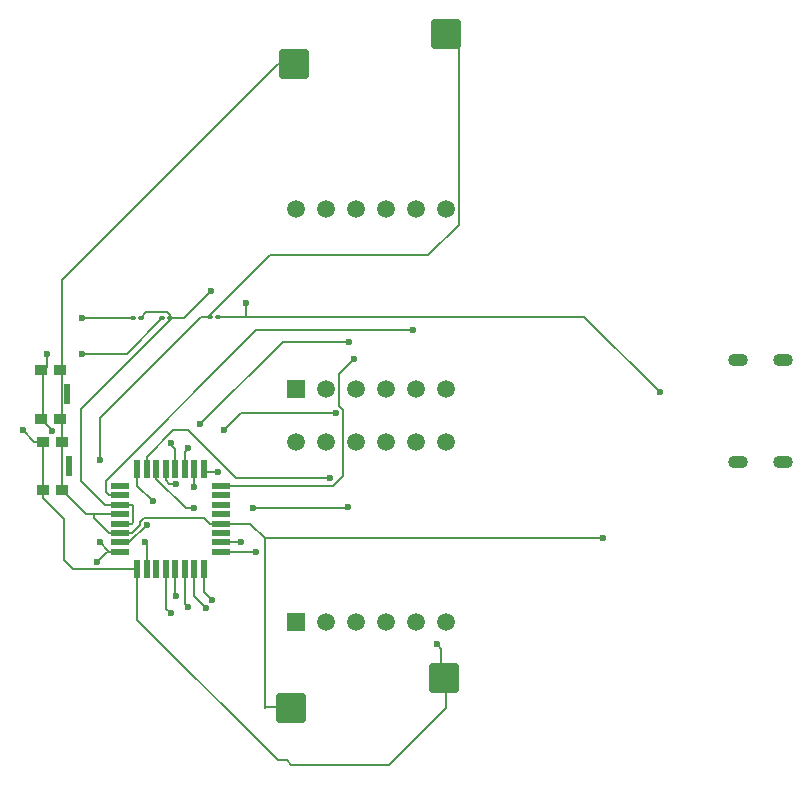
<source format=gbr>
%TF.GenerationSoftware,KiCad,Pcbnew,8.0.2*%
%TF.CreationDate,2024-05-25T17:49:00-05:00*%
%TF.ProjectId,kicad_timer,6b696361-645f-4746-996d-65722e6b6963,rev?*%
%TF.SameCoordinates,Original*%
%TF.FileFunction,Copper,L2,Bot*%
%TF.FilePolarity,Positive*%
%FSLAX46Y46*%
G04 Gerber Fmt 4.6, Leading zero omitted, Abs format (unit mm)*
G04 Created by KiCad (PCBNEW 8.0.2) date 2024-05-25 17:49:00*
%MOMM*%
%LPD*%
G01*
G04 APERTURE LIST*
G04 Aperture macros list*
%AMRoundRect*
0 Rectangle with rounded corners*
0 $1 Rounding radius*
0 $2 $3 $4 $5 $6 $7 $8 $9 X,Y pos of 4 corners*
0 Add a 4 corners polygon primitive as box body*
4,1,4,$2,$3,$4,$5,$6,$7,$8,$9,$2,$3,0*
0 Add four circle primitives for the rounded corners*
1,1,$1+$1,$2,$3*
1,1,$1+$1,$4,$5*
1,1,$1+$1,$6,$7*
1,1,$1+$1,$8,$9*
0 Add four rect primitives between the rounded corners*
20,1,$1+$1,$2,$3,$4,$5,0*
20,1,$1+$1,$4,$5,$6,$7,0*
20,1,$1+$1,$6,$7,$8,$9,0*
20,1,$1+$1,$8,$9,$2,$3,0*%
G04 Aperture macros list end*
%TA.AperFunction,ComponentPad*%
%ADD10R,1.500000X1.500000*%
%TD*%
%TA.AperFunction,ComponentPad*%
%ADD11C,1.500000*%
%TD*%
%TA.AperFunction,SMDPad,CuDef*%
%ADD12RoundRect,0.250000X-1.025000X-1.000000X1.025000X-1.000000X1.025000X1.000000X-1.025000X1.000000X0*%
%TD*%
%TA.AperFunction,ComponentPad*%
%ADD13O,1.700000X1.100000*%
%TD*%
%TA.AperFunction,SMDPad,CuDef*%
%ADD14RoundRect,0.100000X-0.130000X-0.100000X0.130000X-0.100000X0.130000X0.100000X-0.130000X0.100000X0*%
%TD*%
%TA.AperFunction,SMDPad,CuDef*%
%ADD15R,1.000000X0.900000*%
%TD*%
%TA.AperFunction,SMDPad,CuDef*%
%ADD16R,0.550000X1.700000*%
%TD*%
%TA.AperFunction,SMDPad,CuDef*%
%ADD17R,1.600000X0.550000*%
%TD*%
%TA.AperFunction,SMDPad,CuDef*%
%ADD18R,0.550000X1.600000*%
%TD*%
%TA.AperFunction,ViaPad*%
%ADD19C,0.600000*%
%TD*%
%TA.AperFunction,Conductor*%
%ADD20C,0.200000*%
%TD*%
G04 APERTURE END LIST*
D10*
%TO.P,U3,1,e*%
%TO.N,Net-(U2-PB4)*%
X151330000Y-93585000D03*
D11*
%TO.P,U3,2,d*%
%TO.N,Net-(U2-PB3)*%
X153870000Y-93585000D03*
%TO.P,U3,3,DPX*%
%TO.N,unconnected-(U3-DPX-Pad3)*%
X156410000Y-93585000D03*
%TO.P,U3,4,c*%
%TO.N,Net-(U2-PB2)*%
X158950000Y-93585000D03*
%TO.P,U3,5,g*%
%TO.N,Net-(U2-XTAL1{slash}PB6)*%
X161490000Y-93585000D03*
%TO.P,U3,6,CA4*%
%TO.N,DIG4*%
X164030000Y-93585000D03*
%TO.P,U3,7,b*%
%TO.N,Net-(U2-PB1)*%
X164030000Y-78345000D03*
%TO.P,U3,8,CA3*%
%TO.N,DIG3*%
X161490000Y-78345000D03*
%TO.P,U3,9,CA2*%
%TO.N,DIG2*%
X158950000Y-78345000D03*
%TO.P,U3,10,f*%
%TO.N,Net-(U2-PB5)*%
X156410000Y-78345000D03*
%TO.P,U3,11,a*%
%TO.N,Net-(U2-PB0)*%
X153870000Y-78345000D03*
%TO.P,U3,12,CA1*%
%TO.N,DIG1*%
X151330000Y-78345000D03*
%TD*%
D12*
%TO.P,S3,1,1*%
%TO.N,GND*%
X150875000Y-120540000D03*
%TO.P,S3,2,2*%
%TO.N,D3*%
X163802000Y-118000000D03*
%TD*%
D10*
%TO.P,U1,1,e*%
%TO.N,Net-(U1-e)*%
X151330000Y-113290000D03*
D11*
%TO.P,U1,2,d*%
%TO.N,Net-(U1-d)*%
X153870000Y-113290000D03*
%TO.P,U1,3,DPX*%
%TO.N,unconnected-(U1-DPX-Pad3)*%
X156410000Y-113290000D03*
%TO.P,U1,4,c*%
%TO.N,Net-(U1-c)*%
X158950000Y-113290000D03*
%TO.P,U1,5,g*%
%TO.N,Net-(U1-g)*%
X161490000Y-113290000D03*
%TO.P,U1,6,CA4*%
%TO.N,DIG4*%
X164030000Y-113290000D03*
%TO.P,U1,7,b*%
%TO.N,Net-(U1-b)*%
X164030000Y-98050000D03*
%TO.P,U1,8,CA3*%
%TO.N,DIG3*%
X161490000Y-98050000D03*
%TO.P,U1,9,CA2*%
%TO.N,DIG2*%
X158950000Y-98050000D03*
%TO.P,U1,10,f*%
%TO.N,Net-(U1-f)*%
X156410000Y-98050000D03*
%TO.P,U1,11,a*%
%TO.N,Net-(U1-a)*%
X153870000Y-98050000D03*
%TO.P,U1,12,CA1*%
%TO.N,DIG1*%
X151330000Y-98050000D03*
%TD*%
D12*
%TO.P,S3,1,1*%
%TO.N,GND*%
X151095000Y-66002500D03*
%TO.P,S3,2,2*%
%TO.N,D3*%
X164022000Y-63462500D03*
%TD*%
D13*
%TO.P,J1,S1,SHIELD*%
%TO.N,Net-(J1-SHIELD)*%
X188706982Y-99709566D03*
X192506982Y-99709566D03*
X188706982Y-91069566D03*
X192506982Y-91069566D03*
%TD*%
D14*
%TO.P,R1,1*%
%TO.N,D1*%
X137500000Y-87500000D03*
%TO.P,R1,2*%
%TO.N,Vcc*%
X138140000Y-87500000D03*
%TD*%
D15*
%TO.P,S4,1,1*%
%TO.N,GND*%
X131480000Y-102092500D03*
X131480000Y-97992500D03*
%TO.P,S4,2,2*%
%TO.N,D2*%
X129880000Y-102092500D03*
X129880000Y-97992500D03*
D16*
%TO.P,S4,SH*%
%TO.N,N/C*%
X132105000Y-100042500D03*
%TD*%
D17*
%TO.P,U2,1,PD3*%
%TO.N,D3*%
X136430000Y-107342500D03*
%TO.P,U2,2,PD4*%
%TO.N,DIG1*%
X136430000Y-106542500D03*
%TO.P,U2,3,GND*%
%TO.N,GND*%
X136430000Y-105742500D03*
%TO.P,U2,4,VCC*%
%TO.N,Vcc*%
X136430000Y-104942500D03*
%TO.P,U2,5,GND*%
%TO.N,GND*%
X136430000Y-104142500D03*
%TO.P,U2,6,VCC*%
%TO.N,Vcc*%
X136430000Y-103342500D03*
%TO.P,U2,7,XTAL1/PB6*%
%TO.N,Net-(U2-XTAL1{slash}PB6)*%
X136430000Y-102542500D03*
%TO.P,U2,8,XTAL2/PB7*%
%TO.N,unconnected-(U2-XTAL2{slash}PB7-Pad8)*%
X136430000Y-101742500D03*
D18*
%TO.P,U2,9,PD5*%
%TO.N,DIG2*%
X137880000Y-100292500D03*
%TO.P,U2,10,PD6*%
%TO.N,DIG3*%
X138680000Y-100292500D03*
%TO.P,U2,11,PD7*%
%TO.N,DIG4*%
X139480000Y-100292500D03*
%TO.P,U2,12,PB0*%
%TO.N,Net-(U2-PB0)*%
X140280000Y-100292500D03*
%TO.P,U2,13,PB1*%
%TO.N,Net-(U2-PB1)*%
X141080000Y-100292500D03*
%TO.P,U2,14,PB2*%
%TO.N,Net-(U2-PB2)*%
X141880000Y-100292500D03*
%TO.P,U2,15,PB3*%
%TO.N,Net-(U2-PB3)*%
X142680000Y-100292500D03*
%TO.P,U2,16,PB4*%
%TO.N,Net-(U2-PB4)*%
X143480000Y-100292500D03*
D17*
%TO.P,U2,17,PB5*%
%TO.N,Net-(U2-PB5)*%
X144930000Y-101742500D03*
%TO.P,U2,18,AVCC*%
%TO.N,Vcc*%
X144930000Y-102542500D03*
%TO.P,U2,19,ADC6*%
%TO.N,unconnected-(U2-ADC6-Pad19)*%
X144930000Y-103342500D03*
%TO.P,U2,20,AREF*%
%TO.N,unconnected-(U2-AREF-Pad20)*%
X144930000Y-104142500D03*
%TO.P,U2,21,GND*%
%TO.N,GND*%
X144930000Y-104942500D03*
%TO.P,U2,22,ADC7*%
%TO.N,unconnected-(U2-ADC7-Pad22)*%
X144930000Y-105742500D03*
%TO.P,U2,23,PC0*%
%TO.N,Net-(U1-a)*%
X144930000Y-106542500D03*
%TO.P,U2,24,PC1*%
%TO.N,Net-(U1-b)*%
X144930000Y-107342500D03*
D18*
%TO.P,U2,25,PC2*%
%TO.N,Net-(U1-c)*%
X143480000Y-108792500D03*
%TO.P,U2,26,PC3*%
%TO.N,Net-(U1-d)*%
X142680000Y-108792500D03*
%TO.P,U2,27,PC4*%
%TO.N,Net-(U1-e)*%
X141880000Y-108792500D03*
%TO.P,U2,28,PC5*%
%TO.N,Net-(U1-f)*%
X141080000Y-108792500D03*
%TO.P,U2,29,~{RESET}/PC6*%
%TO.N,Net-(U1-g)*%
X140280000Y-108792500D03*
%TO.P,U2,30,PD0*%
%TO.N,unconnected-(U2-PD0-Pad30)*%
X139480000Y-108792500D03*
%TO.P,U2,31,PD1*%
%TO.N,D1*%
X138680000Y-108792500D03*
%TO.P,U2,32,PD2*%
%TO.N,D2*%
X137880000Y-108792500D03*
%TD*%
D14*
%TO.P,R3,1*%
%TO.N,D3*%
X144060000Y-87450000D03*
%TO.P,R3,2*%
%TO.N,Vcc*%
X144700000Y-87450000D03*
%TD*%
D15*
%TO.P,S1,1,1*%
%TO.N,GND*%
X131300000Y-96050000D03*
X131300000Y-91950000D03*
%TO.P,S1,2,2*%
%TO.N,D1*%
X129700000Y-96050000D03*
X129700000Y-91950000D03*
D16*
%TO.P,S1,SH*%
%TO.N,N/C*%
X131925000Y-94000000D03*
%TD*%
D14*
%TO.P,R2,1*%
%TO.N,D2*%
X140000000Y-87500000D03*
%TO.P,R2,2*%
%TO.N,Vcc*%
X140640000Y-87500000D03*
%TD*%
D19*
%TO.N,GND*%
X177305000Y-106192500D03*
%TO.N,D1*%
X130180000Y-90542500D03*
X133180000Y-87542500D03*
X130678528Y-97141398D03*
X138500000Y-106500000D03*
%TO.N,Vcc*%
X147090000Y-86280000D03*
X144070000Y-85260000D03*
X182090000Y-93820000D03*
%TO.N,D2*%
X133180000Y-90542500D03*
X128180000Y-97042500D03*
%TO.N,D3*%
X134680000Y-106542500D03*
X134480000Y-108192500D03*
X163260000Y-115170000D03*
X134680000Y-99542500D03*
%TO.N,Net-(U1-c)*%
X144180000Y-111442500D03*
%TO.N,DIG4*%
X155680000Y-103542500D03*
X147658053Y-103642500D03*
X142680000Y-103642500D03*
%TO.N,Net-(U1-d)*%
X143667851Y-112057079D03*
%TO.N,Net-(U1-a)*%
X146680000Y-106542500D03*
%TO.N,Net-(U1-f)*%
X141180000Y-111042500D03*
%TO.N,DIG2*%
X139180000Y-103042500D03*
%TO.N,DIG1*%
X138680000Y-105042500D03*
%TO.N,Net-(U1-b)*%
X147923015Y-107385515D03*
%TO.N,DIG3*%
X154223015Y-101085515D03*
%TO.N,Net-(U1-g)*%
X140680000Y-112542500D03*
%TO.N,Net-(U1-e)*%
X142180000Y-112042500D03*
%TO.N,Net-(U2-PB1)*%
X140729265Y-98091765D03*
%TO.N,Net-(U2-PB2)*%
X145180000Y-97042500D03*
X154683015Y-95545515D03*
X142180000Y-98542500D03*
%TO.N,Net-(U2-PB5)*%
X156180000Y-91042500D03*
%TO.N,Net-(U2-PB4)*%
X144680000Y-100542500D03*
%TO.N,Net-(U2-PB0)*%
X143180000Y-96542500D03*
X141180000Y-101592502D03*
X155780000Y-89542500D03*
%TO.N,Net-(U2-PB3)*%
X142680000Y-101842500D03*
%TO.N,Net-(U2-XTAL1{slash}PB6)*%
X161180000Y-88542500D03*
%TD*%
D20*
%TO.N,GND*%
X133530000Y-104142500D02*
X131480000Y-102092500D01*
X134180000Y-104142500D02*
X136430000Y-104142500D01*
X138431471Y-104442500D02*
X138080000Y-104793971D01*
X131480000Y-97992500D02*
X131480000Y-102092500D01*
X148680000Y-106192500D02*
X177305000Y-106192500D01*
X144930000Y-104942500D02*
X144055000Y-104942500D01*
X133530000Y-104142500D02*
X134180000Y-104142500D01*
X151095000Y-66002500D02*
X149820000Y-66002500D01*
X143555000Y-104442500D02*
X138431471Y-104442500D01*
X144055000Y-104942500D02*
X143555000Y-104442500D01*
X148720000Y-120502500D02*
X151095000Y-120502500D01*
X131480000Y-91992500D02*
X131480000Y-96092500D01*
X144930000Y-104942500D02*
X147430000Y-104942500D01*
X131480000Y-84342500D02*
X131480000Y-91992500D01*
X148680000Y-120542500D02*
X148720000Y-120502500D01*
X149820000Y-66002500D02*
X131480000Y-84342500D01*
X134180000Y-104492500D02*
X134705000Y-105017500D01*
X135430000Y-105742500D02*
X136430000Y-105742500D01*
X147430000Y-104942500D02*
X148680000Y-106192500D01*
X148680000Y-106192500D02*
X148680000Y-115042500D01*
X138080000Y-104793971D02*
X138080000Y-105076814D01*
X134180000Y-104142500D02*
X134180000Y-104492500D01*
X148680000Y-115042500D02*
X148680000Y-120542500D01*
X137414314Y-105742500D02*
X136430000Y-105742500D01*
X131480000Y-96092500D02*
X131480000Y-97992500D01*
X138080000Y-105076814D02*
X137414314Y-105742500D01*
X134705000Y-105017500D02*
X135430000Y-105742500D01*
%TO.N,D1*%
X130180000Y-91692500D02*
X129880000Y-91992500D01*
X138680000Y-108792500D02*
X138680000Y-106680000D01*
X130678528Y-97141398D02*
X130678528Y-97028528D01*
X138680000Y-106680000D02*
X138500000Y-106500000D01*
X130180000Y-90542500D02*
X130180000Y-91692500D01*
X133222500Y-87500000D02*
X133180000Y-87542500D01*
X137500000Y-87500000D02*
X133222500Y-87500000D01*
X130678528Y-97028528D02*
X129700000Y-96050000D01*
X129880000Y-91992500D02*
X129880000Y-96092500D01*
%TO.N,Vcc*%
X144700000Y-87450000D02*
X147150000Y-87450000D01*
X147150000Y-87450000D02*
X175720000Y-87450000D01*
X136430000Y-103342500D02*
X135105000Y-103342500D01*
X140682500Y-87542500D02*
X140640000Y-87500000D01*
X138640000Y-87000000D02*
X140339999Y-87000000D01*
X137430000Y-104942500D02*
X137530000Y-104842500D01*
X135105000Y-103342500D02*
X133130000Y-101367500D01*
X147090000Y-87390000D02*
X147150000Y-87450000D01*
X136430000Y-104942500D02*
X137430000Y-104942500D01*
X147090000Y-86280000D02*
X147090000Y-87390000D01*
X141830000Y-87500000D02*
X144070000Y-85260000D01*
X140640000Y-87500000D02*
X141830000Y-87500000D01*
X138140000Y-87500000D02*
X138640000Y-87000000D01*
X175720000Y-87450000D02*
X182090000Y-93820000D01*
X140640000Y-87300001D02*
X140640000Y-87500000D01*
X133130000Y-95209999D02*
X140640000Y-87699999D01*
X137530000Y-104842500D02*
X137530000Y-103442500D01*
X140339999Y-87000000D02*
X140640000Y-87300001D01*
X133130000Y-101367500D02*
X133130000Y-95209999D01*
X140640000Y-87699999D02*
X140640000Y-87500000D01*
X137530000Y-103442500D02*
X137430000Y-103342500D01*
X137430000Y-103342500D02*
X136430000Y-103342500D01*
%TO.N,D2*%
X131680000Y-104542500D02*
X131680000Y-108042500D01*
X140000000Y-87500000D02*
X136957500Y-90542500D01*
X132430000Y-108792500D02*
X137880000Y-108792500D01*
X164022000Y-120523902D02*
X164022000Y-117962500D01*
X129130000Y-97992500D02*
X129880000Y-97992500D01*
X150892500Y-125392500D02*
X159153402Y-125392500D01*
X159153402Y-125392500D02*
X164022000Y-120523902D01*
X137880000Y-113092500D02*
X149787500Y-125000000D01*
X149787500Y-125000000D02*
X150500000Y-125000000D01*
X137880000Y-108792500D02*
X137880000Y-113092500D01*
X128180000Y-97042500D02*
X129130000Y-97992500D01*
X129880000Y-102092500D02*
X129880000Y-102742500D01*
X129880000Y-102042500D02*
X129880000Y-97992500D01*
X131680000Y-108042500D02*
X132430000Y-108792500D01*
X150500000Y-125000000D02*
X150892500Y-125392500D01*
X129880000Y-102742500D02*
X131680000Y-104542500D01*
X136957500Y-90542500D02*
X133180000Y-90542500D01*
%TO.N,D3*%
X144060000Y-87450000D02*
X144060000Y-87250001D01*
X135330000Y-107342500D02*
X134480000Y-108192500D01*
X144060000Y-87250001D02*
X149090001Y-82220000D01*
X149090001Y-82220000D02*
X162502500Y-82220000D01*
X162502500Y-82220000D02*
X165080000Y-79642500D01*
X135480000Y-107342500D02*
X136430000Y-107342500D01*
X134680000Y-106542500D02*
X135480000Y-107342500D01*
X165080000Y-79642500D02*
X165080000Y-64520500D01*
X163622000Y-115532000D02*
X163622000Y-118000000D01*
X144060000Y-87450000D02*
X143240000Y-87450000D01*
X165080000Y-64520500D02*
X164022000Y-63462500D01*
X134680000Y-96010000D02*
X134680000Y-99542500D01*
X136430000Y-107342500D02*
X135330000Y-107342500D01*
X143240000Y-87450000D02*
X134680000Y-96010000D01*
X163260000Y-115170000D02*
X163622000Y-115532000D01*
%TO.N,Net-(U1-c)*%
X143480000Y-110742500D02*
X143480000Y-108792500D01*
X144180000Y-111442500D02*
X143480000Y-110742500D01*
%TO.N,DIG4*%
X155580000Y-103642500D02*
X155680000Y-103542500D01*
X139480000Y-101167500D02*
X141955000Y-103642500D01*
X141955000Y-103642500D02*
X142680000Y-103642500D01*
X139480000Y-100292500D02*
X139480000Y-101167500D01*
X147658053Y-103642500D02*
X155580000Y-103642500D01*
%TO.N,Net-(U1-d)*%
X142680000Y-111069228D02*
X142680000Y-108792500D01*
X143667851Y-112057079D02*
X142680000Y-111069228D01*
%TO.N,Net-(U1-a)*%
X146680000Y-106542500D02*
X144930000Y-106542500D01*
%TO.N,Net-(U1-f)*%
X141180000Y-111042500D02*
X141080000Y-110942500D01*
X141080000Y-110942500D02*
X141080000Y-108792500D01*
%TO.N,DIG2*%
X137880000Y-101742500D02*
X137880000Y-100292500D01*
X139180000Y-103042500D02*
X137880000Y-101742500D01*
%TO.N,DIG1*%
X137180000Y-106542500D02*
X136430000Y-106542500D01*
X138680000Y-105042500D02*
X137180000Y-106542500D01*
%TO.N,Net-(U1-b)*%
X147880000Y-107342500D02*
X144930000Y-107342500D01*
X147923015Y-107385515D02*
X147880000Y-107342500D01*
%TO.N,DIG3*%
X138680000Y-99292500D02*
X138680000Y-100292500D01*
X140930000Y-97042500D02*
X138680000Y-99292500D01*
X154223015Y-101085515D02*
X146223015Y-101085515D01*
X146223015Y-101085515D02*
X142180000Y-97042500D01*
X142180000Y-97042500D02*
X140930000Y-97042500D01*
%TO.N,Net-(U1-g)*%
X140680000Y-112542500D02*
X140280000Y-112142500D01*
X140280000Y-112142500D02*
X140280000Y-108792500D01*
%TO.N,Net-(U1-e)*%
X141880000Y-111742500D02*
X141880000Y-108792500D01*
X142180000Y-112042500D02*
X141880000Y-111742500D01*
%TO.N,Net-(U2-PB1)*%
X140729265Y-98091765D02*
X140729265Y-98291765D01*
X140729265Y-98291765D02*
X141080000Y-98642500D01*
X141080000Y-98642500D02*
X141080000Y-100292500D01*
%TO.N,Net-(U2-PB2)*%
X141880000Y-98842500D02*
X141880000Y-100292500D01*
X146680000Y-95542500D02*
X145180000Y-97042500D01*
X154683015Y-95545515D02*
X154680000Y-95542500D01*
X154680000Y-95542500D02*
X146680000Y-95542500D01*
X142180000Y-98542500D02*
X141880000Y-98842500D01*
%TO.N,Net-(U2-PB5)*%
X154931544Y-94945515D02*
X155283015Y-95296986D01*
X154931471Y-94945515D02*
X154931544Y-94945515D01*
X155283015Y-100874044D02*
X154414559Y-101742500D01*
X155283015Y-95296986D02*
X155283015Y-100874044D01*
X154414559Y-101742500D02*
X144930000Y-101742500D01*
X156180000Y-91042500D02*
X154931471Y-92291029D01*
X154931471Y-92291029D02*
X154931471Y-94945515D01*
%TO.N,Net-(U2-PB4)*%
X144680000Y-100542500D02*
X143730000Y-100542500D01*
X143730000Y-100542500D02*
X143480000Y-100292500D01*
%TO.N,Net-(U2-PB0)*%
X150180000Y-89542500D02*
X143180000Y-96542500D01*
X140280000Y-101292500D02*
X140280000Y-100292500D01*
X140580002Y-101592502D02*
X140280000Y-101292500D01*
X141180000Y-101592502D02*
X140580002Y-101592502D01*
X155780000Y-89542500D02*
X150180000Y-89542500D01*
%TO.N,Net-(U2-PB3)*%
X142680000Y-101842500D02*
X142680000Y-100292500D01*
%TO.N,Net-(U2-XTAL1{slash}PB6)*%
X161180000Y-88542500D02*
X147955000Y-88542500D01*
X135430000Y-102542500D02*
X136430000Y-102542500D01*
X135180000Y-101317500D02*
X135180000Y-102292500D01*
X147955000Y-88542500D02*
X135180000Y-101317500D01*
X135180000Y-102292500D02*
X135430000Y-102542500D01*
%TD*%
M02*

</source>
